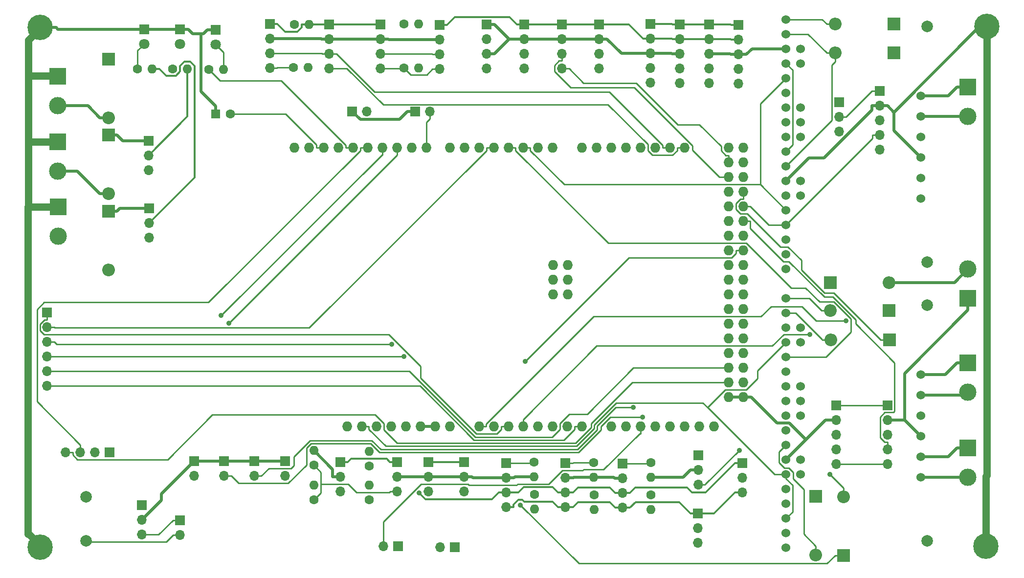
<source format=gbr>
%TF.GenerationSoftware,KiCad,Pcbnew,(5.1.9)-1*%
%TF.CreationDate,2021-05-16T20:36:29+02:00*%
%TF.ProjectId,Ardumower,41726475-6d6f-4776-9572-2e6b69636164,rev?*%
%TF.SameCoordinates,Original*%
%TF.FileFunction,Copper,L1,Top*%
%TF.FilePolarity,Positive*%
%FSLAX46Y46*%
G04 Gerber Fmt 4.6, Leading zero omitted, Abs format (unit mm)*
G04 Created by KiCad (PCBNEW (5.1.9)-1) date 2021-05-16 20:36:29*
%MOMM*%
%LPD*%
G01*
G04 APERTURE LIST*
%TA.AperFunction,ComponentPad*%
%ADD10O,1.700000X1.700000*%
%TD*%
%TA.AperFunction,ComponentPad*%
%ADD11R,1.700000X1.700000*%
%TD*%
%TA.AperFunction,ComponentPad*%
%ADD12O,1.600000X1.600000*%
%TD*%
%TA.AperFunction,ComponentPad*%
%ADD13C,1.600000*%
%TD*%
%TA.AperFunction,ComponentPad*%
%ADD14O,2.200000X2.200000*%
%TD*%
%TA.AperFunction,ComponentPad*%
%ADD15R,2.200000X2.200000*%
%TD*%
%TA.AperFunction,ComponentPad*%
%ADD16C,3.000000*%
%TD*%
%TA.AperFunction,ComponentPad*%
%ADD17R,3.000000X3.000000*%
%TD*%
%TA.AperFunction,ConnectorPad*%
%ADD18C,4.400000*%
%TD*%
%TA.AperFunction,ComponentPad*%
%ADD19C,2.600000*%
%TD*%
%TA.AperFunction,ComponentPad*%
%ADD20C,2.000000*%
%TD*%
%TA.AperFunction,ComponentPad*%
%ADD21C,1.524000*%
%TD*%
%TA.AperFunction,ComponentPad*%
%ADD22C,1.800000*%
%TD*%
%TA.AperFunction,ComponentPad*%
%ADD23R,1.800000X1.800000*%
%TD*%
%TA.AperFunction,ComponentPad*%
%ADD24O,1.727200X1.727200*%
%TD*%
%TA.AperFunction,ComponentPad*%
%ADD25R,1.600000X1.600000*%
%TD*%
%TA.AperFunction,ViaPad*%
%ADD26C,0.889000*%
%TD*%
%TA.AperFunction,Conductor*%
%ADD27C,0.254000*%
%TD*%
%TA.AperFunction,Conductor*%
%ADD28C,0.500000*%
%TD*%
%TA.AperFunction,Conductor*%
%ADD29C,1.270000*%
%TD*%
%TA.AperFunction,Conductor*%
%ADD30C,0.508000*%
%TD*%
%TA.AperFunction,Conductor*%
%ADD31C,0.354000*%
%TD*%
G04 APERTURE END LIST*
D10*
%TO.P,JP5,3*%
%TO.N,+3V3*%
X180160000Y-56470000D03*
%TO.P,JP5,2*%
%TO.N,Net-(J42-Pad1)*%
X180160000Y-53930000D03*
D11*
%TO.P,JP5,1*%
%TO.N,+5V*%
X180160000Y-51390000D03*
%TD*%
D10*
%TO.P,JP4,3*%
%TO.N,+3V3*%
X163420000Y-118940000D03*
%TO.P,JP4,2*%
%TO.N,Net-(J40-Pad1)*%
X163420000Y-116400000D03*
D11*
%TO.P,JP4,1*%
%TO.N,+5V*%
X163420000Y-113860000D03*
%TD*%
D10*
%TO.P,J42,5*%
%TO.N,pinMotorMowEnable*%
X187200000Y-59610000D03*
%TO.P,J42,4*%
%TO.N,pinMotorMowDir*%
X187200000Y-57070000D03*
%TO.P,J42,3*%
%TO.N,pinMotorMowPWM*%
X187200000Y-54530000D03*
%TO.P,J42,2*%
%TO.N,GND*%
X187200000Y-51990000D03*
D11*
%TO.P,J42,1*%
%TO.N,Net-(J42-Pad1)*%
X187200000Y-49450000D03*
%TD*%
D10*
%TO.P,J41,5*%
%TO.N,pinMotorEnable*%
X188540000Y-113970000D03*
%TO.P,J41,4*%
%TO.N,pinMotorLeftDir*%
X188540000Y-111430000D03*
%TO.P,J41,3*%
%TO.N,pinMotorLeftPWM*%
X188540000Y-108890000D03*
%TO.P,J41,2*%
%TO.N,GND*%
X188540000Y-106350000D03*
D11*
%TO.P,J41,1*%
%TO.N,Net-(J40-Pad1)*%
X188540000Y-103810000D03*
%TD*%
D10*
%TO.P,J40,5*%
%TO.N,pinMotorEnable*%
X179700000Y-114050000D03*
%TO.P,J40,4*%
%TO.N,pinMotorRightDir*%
X179700000Y-111510000D03*
%TO.P,J40,3*%
%TO.N,pinMotorRightPWM*%
X179700000Y-108970000D03*
%TO.P,J40,2*%
%TO.N,GND*%
X179700000Y-106430000D03*
D11*
%TO.P,J40,1*%
%TO.N,Net-(J40-Pad1)*%
X179700000Y-103890000D03*
%TD*%
D12*
%TO.P,R17,2*%
%TO.N,GND*%
X147560000Y-116280000D03*
D13*
%TO.P,R17,1*%
%TO.N,Net-(J39-Pad1)*%
X147560000Y-113740000D03*
%TD*%
D12*
%TO.P,R16,2*%
%TO.N,GND*%
X137690000Y-116280000D03*
D13*
%TO.P,R16,1*%
%TO.N,Net-(J38-Pad1)*%
X137690000Y-113740000D03*
%TD*%
D12*
%TO.P,R15,2*%
%TO.N,GND*%
X127380000Y-116210000D03*
D13*
%TO.P,R15,1*%
%TO.N,Net-(J37-Pad1)*%
X127380000Y-113670000D03*
%TD*%
D12*
%TO.P,R14,2*%
%TO.N,pinOdometryLeft*%
X147630000Y-121870000D03*
D13*
%TO.P,R14,1*%
%TO.N,Net-(J39-Pad1)*%
X147630000Y-119330000D03*
%TD*%
D12*
%TO.P,R6,2*%
%TO.N,pinOdometryRight*%
X137760000Y-121870000D03*
D13*
%TO.P,R6,1*%
%TO.N,Net-(J38-Pad1)*%
X137760000Y-119330000D03*
%TD*%
D12*
%TO.P,R5,2*%
%TO.N,pinMotorMowRpm*%
X127450000Y-121800000D03*
D13*
%TO.P,R5,1*%
%TO.N,Net-(J37-Pad1)*%
X127450000Y-119260000D03*
%TD*%
D10*
%TO.P,J39,4*%
%TO.N,+3V3*%
X142700000Y-121580000D03*
%TO.P,J39,3*%
%TO.N,+5V*%
X142700000Y-119040000D03*
%TO.P,J39,2*%
%TO.N,GND*%
X142700000Y-116500000D03*
D11*
%TO.P,J39,1*%
%TO.N,Net-(J39-Pad1)*%
X142700000Y-113960000D03*
%TD*%
D10*
%TO.P,J38,4*%
%TO.N,+3V3*%
X132820000Y-121500000D03*
%TO.P,J38,3*%
%TO.N,+5V*%
X132820000Y-118960000D03*
%TO.P,J38,2*%
%TO.N,GND*%
X132820000Y-116420000D03*
D11*
%TO.P,J38,1*%
%TO.N,Net-(J38-Pad1)*%
X132820000Y-113880000D03*
%TD*%
D10*
%TO.P,J37,4*%
%TO.N,+3V3*%
X122520000Y-121500000D03*
%TO.P,J37,3*%
%TO.N,+5V*%
X122520000Y-118960000D03*
%TO.P,J37,2*%
%TO.N,GND*%
X122520000Y-116420000D03*
D11*
%TO.P,J37,1*%
%TO.N,Net-(J37-Pad1)*%
X122520000Y-113880000D03*
%TD*%
D14*
%TO.P,D13,2*%
%TO.N,Net-(D13-Pad2)*%
X176160000Y-129730000D03*
D15*
%TO.P,D13,1*%
%TO.N,pinMotorLeftFault*%
X176160000Y-119570000D03*
%TD*%
D14*
%TO.P,D12,2*%
%TO.N,Net-(D12-Pad2)*%
X180960000Y-119650000D03*
D15*
%TO.P,D12,1*%
%TO.N,pinMotorLeftSense*%
X180960000Y-129810000D03*
%TD*%
D14*
%TO.P,D11,2*%
%TO.N,Net-(D11-Pad2)*%
X178720000Y-92520000D03*
D15*
%TO.P,D11,1*%
%TO.N,pinMotorRightFault*%
X188880000Y-92520000D03*
%TD*%
D14*
%TO.P,D10,2*%
%TO.N,Net-(D10-Pad2)*%
X178640000Y-87460000D03*
D15*
%TO.P,D10,1*%
%TO.N,pinMotorRightSense*%
X188800000Y-87460000D03*
%TD*%
D14*
%TO.P,D9,2*%
%TO.N,Net-(D9-Pad2)*%
X179540000Y-42820000D03*
D15*
%TO.P,D9,1*%
%TO.N,pinMotorMowFault*%
X189700000Y-42820000D03*
%TD*%
D14*
%TO.P,D6,2*%
%TO.N,Net-(D6-Pad2)*%
X179540000Y-37850000D03*
D15*
%TO.P,D6,1*%
%TO.N,pinMotorMowSense*%
X189700000Y-37850000D03*
%TD*%
D10*
%TO.P,J36,2*%
%TO.N,pinReserveA10*%
X101290000Y-128250000D03*
D11*
%TO.P,J36,1*%
%TO.N,GND*%
X103830000Y-128250000D03*
%TD*%
%TO.P,J35,1*%
%TO.N,GND*%
X113660000Y-128400000D03*
D10*
%TO.P,J35,2*%
%TO.N,pinReserveD49*%
X111120000Y-128400000D03*
%TD*%
%TO.P,J34,2*%
%TO.N,pinReserveD9*%
X98440000Y-52960000D03*
D11*
%TO.P,J34,1*%
%TO.N,GND*%
X95900000Y-52960000D03*
%TD*%
D10*
%TO.P,J33,2*%
%TO.N,pinReserveD8*%
X109320000Y-53000000D03*
D11*
%TO.P,J33,1*%
%TO.N,GND*%
X106780000Y-53000000D03*
%TD*%
D16*
%TO.P,J28,2*%
%TO.N,Net-(J28-Pad2)*%
X202480000Y-116290000D03*
D17*
%TO.P,J28,1*%
%TO.N,Net-(J28-Pad1)*%
X202480000Y-111210000D03*
%TD*%
D16*
%TO.P,J27,2*%
%TO.N,Net-(J27-Pad2)*%
X202470000Y-101570000D03*
D17*
%TO.P,J27,1*%
%TO.N,Net-(J27-Pad1)*%
X202470000Y-96490000D03*
%TD*%
D16*
%TO.P,J26,2*%
%TO.N,Net-(J26-Pad2)*%
X202460000Y-53810000D03*
D17*
%TO.P,J26,1*%
%TO.N,Net-(J26-Pad1)*%
X202460000Y-48730000D03*
%TD*%
D16*
%TO.P,J32,2*%
%TO.N,Net-(D5-Pad2)*%
X202460000Y-80260000D03*
D17*
%TO.P,J32,1*%
%TO.N,GND*%
X202460000Y-85340000D03*
%TD*%
D14*
%TO.P,D5,2*%
%TO.N,Net-(D5-Pad2)*%
X188810000Y-82570000D03*
D15*
%TO.P,D5,1*%
%TO.N,+24V*%
X178650000Y-82570000D03*
%TD*%
D10*
%TO.P,J31,5*%
%TO.N,RX3*%
X147520000Y-47990000D03*
%TO.P,J31,4*%
%TO.N,TX3*%
X147520000Y-45450000D03*
%TO.P,J31,3*%
%TO.N,GND*%
X147520000Y-42910000D03*
%TO.P,J31,2*%
%TO.N,+3V3*%
X147520000Y-40370000D03*
D11*
%TO.P,J31,1*%
%TO.N,+5V*%
X147520000Y-37830000D03*
%TD*%
D10*
%TO.P,J24,5*%
%TO.N,RX2*%
X152570000Y-48070000D03*
%TO.P,J24,4*%
%TO.N,TX2*%
X152570000Y-45530000D03*
%TO.P,J24,3*%
%TO.N,GND*%
X152570000Y-42990000D03*
%TO.P,J24,2*%
%TO.N,+3V3*%
X152570000Y-40450000D03*
D11*
%TO.P,J24,1*%
%TO.N,+5V*%
X152570000Y-37910000D03*
%TD*%
D10*
%TO.P,J23,5*%
%TO.N,RX1*%
X157710000Y-48070000D03*
%TO.P,J23,4*%
%TO.N,TX1*%
X157710000Y-45530000D03*
%TO.P,J23,3*%
%TO.N,GND*%
X157710000Y-42990000D03*
%TO.P,J23,2*%
%TO.N,+3V3*%
X157710000Y-40450000D03*
D11*
%TO.P,J23,1*%
%TO.N,+5V*%
X157710000Y-37910000D03*
%TD*%
D10*
%TO.P,J22,5*%
%TO.N,RX0*%
X162770000Y-48150000D03*
%TO.P,J22,4*%
%TO.N,TX0*%
X162770000Y-45610000D03*
%TO.P,J22,3*%
%TO.N,GND*%
X162770000Y-43070000D03*
%TO.P,J22,2*%
%TO.N,+3V3*%
X162770000Y-40530000D03*
D11*
%TO.P,J22,1*%
%TO.N,+5V*%
X162770000Y-37990000D03*
%TD*%
D10*
%TO.P,J18,2*%
%TO.N,pinUserSwitch3*%
X84270000Y-116060000D03*
D11*
%TO.P,J18,1*%
%TO.N,GND*%
X84270000Y-113520000D03*
%TD*%
D10*
%TO.P,J17,2*%
%TO.N,pinUserSwitch2*%
X78910000Y-116060000D03*
D11*
%TO.P,J17,1*%
%TO.N,GND*%
X78910000Y-113520000D03*
%TD*%
D10*
%TO.P,J16,2*%
%TO.N,pinUserSwitch1*%
X73700000Y-116060000D03*
D11*
%TO.P,J16,1*%
%TO.N,GND*%
X73700000Y-113520000D03*
%TD*%
D10*
%TO.P,J15,2*%
%TO.N,pinButton*%
X68500000Y-116060000D03*
D11*
%TO.P,J15,1*%
%TO.N,GND*%
X68500000Y-113520000D03*
%TD*%
D18*
%TO.P,H4,1*%
%TO.N,GND*%
X41880000Y-128370000D03*
D19*
X41880000Y-128370000D03*
%TD*%
D18*
%TO.P,H3,1*%
%TO.N,GND*%
X205600000Y-128210000D03*
D19*
X205600000Y-128210000D03*
%TD*%
D18*
%TO.P,H2,1*%
%TO.N,GND*%
X205750000Y-38270000D03*
D19*
X205750000Y-38270000D03*
%TD*%
D18*
%TO.P,H1,1*%
%TO.N,GND*%
X41810000Y-38440000D03*
D19*
X41810000Y-38440000D03*
%TD*%
D10*
%TO.P,J14,3*%
%TO.N,pinBuzzer*%
X59480000Y-126230000D03*
%TO.P,J14,2*%
%TO.N,GND*%
X59480000Y-123690000D03*
D11*
%TO.P,J14,1*%
%TO.N,+5V*%
X59480000Y-121150000D03*
%TD*%
D20*
%TO.P,U2,~*%
%TO.N,N/C*%
X195421500Y-86526500D03*
X195421500Y-127293500D03*
D21*
%TO.P,U2,31*%
X173514000Y-90400000D03*
%TO.P,U2,30*%
X173514000Y-92940000D03*
%TO.P,U2,29*%
X173514000Y-100560000D03*
%TO.P,U2,28*%
X173514000Y-103100000D03*
%TO.P,U2,27*%
X173514000Y-105640000D03*
%TO.P,U2,26*%
X173514000Y-113260000D03*
%TO.P,U2,25*%
X173514000Y-115800000D03*
%TO.P,U2,24*%
%TO.N,Net-(J27-Pad1)*%
X194342000Y-98528000D03*
%TO.P,U2,23*%
%TO.N,Net-(J27-Pad2)*%
X194342000Y-102084000D03*
%TO.P,U2,22*%
%TO.N,+24V*%
X194342000Y-105640000D03*
%TO.P,U2,21*%
%TO.N,GND*%
X194342000Y-109196000D03*
%TO.P,U2,20*%
%TO.N,Net-(J28-Pad1)*%
X194342000Y-112752000D03*
%TO.P,U2,19*%
%TO.N,Net-(J28-Pad2)*%
X194342000Y-116308000D03*
%TO.P,U2,18*%
%TO.N,Net-(D10-Pad2)*%
X170974000Y-85320000D03*
%TO.P,U2,17*%
%TO.N,Net-(D11-Pad2)*%
X170974000Y-87860000D03*
%TO.P,U2,16*%
%TO.N,GND*%
X170974000Y-90400000D03*
%TO.P,U2,15*%
%TO.N,IOREV*%
X170974000Y-92940000D03*
%TO.P,U2,14*%
%TO.N,pinMotorRightPWM*%
X170974000Y-95480000D03*
%TO.P,U2,13*%
%TO.N,pinMotorRightDir*%
X170974000Y-98020000D03*
%TO.P,U2,12*%
%TO.N,N/C*%
X170974000Y-100560000D03*
%TO.P,U2,11*%
X170974000Y-103100000D03*
%TO.P,U2,10*%
%TO.N,pinMotorEnable*%
X170974000Y-105640000D03*
%TO.P,U2,9*%
%TO.N,Net-(D12-Pad2)*%
X170974000Y-108180000D03*
%TO.P,U2,8*%
%TO.N,Net-(D13-Pad2)*%
X170974000Y-110720000D03*
%TO.P,U2,7*%
%TO.N,GND*%
X170974000Y-113260000D03*
%TO.P,U2,6*%
%TO.N,IOREV*%
X170974000Y-115800000D03*
%TO.P,U2,5*%
%TO.N,pinMotorLeftPWM*%
X170974000Y-118340000D03*
%TO.P,U2,4*%
%TO.N,pinMotorLeftDir*%
X170974000Y-120880000D03*
%TO.P,U2,3*%
%TO.N,IOREV*%
X170974000Y-123420000D03*
%TO.P,U2,2*%
%TO.N,GND*%
X170974000Y-125960000D03*
%TO.P,U2,1*%
%TO.N,N/C*%
X170974000Y-128500000D03*
%TD*%
D12*
%TO.P,R4,2*%
%TO.N,+3V3*%
X107350000Y-37840000D03*
D13*
%TO.P,R4,1*%
%TO.N,SDA1*%
X104810000Y-37840000D03*
%TD*%
D12*
%TO.P,R3,2*%
%TO.N,+3V3*%
X88380000Y-37910000D03*
D13*
%TO.P,R3,1*%
%TO.N,SDA0*%
X85840000Y-37910000D03*
%TD*%
D12*
%TO.P,R2,2*%
%TO.N,+3V3*%
X107350000Y-45400000D03*
D13*
%TO.P,R2,1*%
%TO.N,SCL1*%
X104810000Y-45400000D03*
%TD*%
D12*
%TO.P,R1,2*%
%TO.N,+3V3*%
X88250000Y-45370000D03*
D13*
%TO.P,R1,1*%
%TO.N,SCL0*%
X85710000Y-45370000D03*
%TD*%
D10*
%TO.P,JP3,3*%
%TO.N,DUE_3.3V*%
X60700000Y-74840000D03*
%TO.P,JP3,2*%
%TO.N,+3V3*%
X60700000Y-72300000D03*
D11*
%TO.P,JP3,1*%
%TO.N,Net-(D8-Pad1)*%
X60700000Y-69760000D03*
%TD*%
D10*
%TO.P,JP2,2*%
%TO.N,Net-(JP2-Pad2)*%
X66080000Y-126280000D03*
D11*
%TO.P,JP2,1*%
%TO.N,pinBuzzer*%
X66080000Y-123740000D03*
%TD*%
D10*
%TO.P,JP1,3*%
%TO.N,DUE_5V*%
X60660000Y-63100000D03*
%TO.P,JP1,2*%
%TO.N,+5V*%
X60660000Y-60560000D03*
D11*
%TO.P,JP1,1*%
%TO.N,Net-(D7-Pad1)*%
X60660000Y-58020000D03*
%TD*%
D10*
%TO.P,J30,4*%
%TO.N,SCL1*%
X100810000Y-45550000D03*
%TO.P,J30,3*%
%TO.N,SDA1*%
X100810000Y-43010000D03*
%TO.P,J30,2*%
%TO.N,GND*%
X100810000Y-40470000D03*
D11*
%TO.P,J30,1*%
%TO.N,+3V3*%
X100810000Y-37930000D03*
%TD*%
D16*
%TO.P,J29,2*%
%TO.N,Net-(D8-Pad2)*%
X44990000Y-74580000D03*
D17*
%TO.P,J29,1*%
%TO.N,GND*%
X44990000Y-69500000D03*
%TD*%
D16*
%TO.P,J25,2*%
%TO.N,Net-(D7-Pad2)*%
X44890000Y-63290000D03*
D17*
%TO.P,J25,1*%
%TO.N,GND*%
X44890000Y-58210000D03*
%TD*%
D14*
%TO.P,D8,2*%
%TO.N,Net-(D8-Pad2)*%
X53690000Y-80380000D03*
D15*
%TO.P,D8,1*%
%TO.N,Net-(D8-Pad1)*%
X53690000Y-70220000D03*
%TD*%
D14*
%TO.P,D7,2*%
%TO.N,Net-(D7-Pad2)*%
X53690000Y-67210000D03*
D15*
%TO.P,D7,1*%
%TO.N,Net-(D7-Pad1)*%
X53690000Y-57050000D03*
%TD*%
D10*
%TO.P,J19,3*%
%TO.N,Net-(J19-Pad3)*%
X103670000Y-118730000D03*
%TO.P,J19,2*%
%TO.N,GND*%
X103670000Y-116190000D03*
D11*
%TO.P,J19,1*%
%TO.N,+5V*%
X103670000Y-113650000D03*
%TD*%
D20*
%TO.P,U1,~*%
%TO.N,N/C*%
X195421500Y-38236500D03*
X195421500Y-79003500D03*
D21*
%TO.P,U1,31*%
X173514000Y-42110000D03*
%TO.P,U1,30*%
X173514000Y-44650000D03*
%TO.P,U1,29*%
X173514000Y-52270000D03*
%TO.P,U1,28*%
X173514000Y-54810000D03*
%TO.P,U1,27*%
X173514000Y-57350000D03*
%TO.P,U1,26*%
X173514000Y-64970000D03*
%TO.P,U1,25*%
X173514000Y-67510000D03*
%TO.P,U1,24*%
%TO.N,Net-(J26-Pad1)*%
X194342000Y-50238000D03*
%TO.P,U1,23*%
%TO.N,Net-(J26-Pad2)*%
X194342000Y-53794000D03*
%TO.P,U1,22*%
%TO.N,+24V*%
X194342000Y-57350000D03*
%TO.P,U1,21*%
%TO.N,GND*%
X194342000Y-60906000D03*
%TO.P,U1,20*%
%TO.N,N/C*%
X194342000Y-64462000D03*
%TO.P,U1,19*%
X194342000Y-68018000D03*
%TO.P,U1,18*%
%TO.N,Net-(D6-Pad2)*%
X170974000Y-37030000D03*
%TO.P,U1,17*%
%TO.N,Net-(D9-Pad2)*%
X170974000Y-39570000D03*
%TO.P,U1,16*%
%TO.N,GND*%
X170974000Y-42110000D03*
%TO.P,U1,15*%
%TO.N,IOREV*%
X170974000Y-44650000D03*
%TO.P,U1,14*%
%TO.N,pinMotorMowPWM*%
X170974000Y-47190000D03*
%TO.P,U1,13*%
%TO.N,pinMotorMowDir*%
X170974000Y-49730000D03*
%TO.P,U1,12*%
%TO.N,N/C*%
X170974000Y-52270000D03*
%TO.P,U1,11*%
X170974000Y-54810000D03*
%TO.P,U1,10*%
%TO.N,pinMotorMowEnable*%
X170974000Y-57350000D03*
%TO.P,U1,9*%
%TO.N,IOREV*%
X170974000Y-59890000D03*
%TO.P,U1,8*%
%TO.N,Net-(D9-Pad2)*%
X170974000Y-62430000D03*
%TO.P,U1,7*%
%TO.N,GND*%
X170974000Y-64970000D03*
%TO.P,U1,6*%
%TO.N,IOREV*%
X170974000Y-67510000D03*
%TO.P,U1,5*%
%TO.N,pinMotorMowPWM*%
X170974000Y-70050000D03*
%TO.P,U1,4*%
%TO.N,pinMotorMowDir*%
X170974000Y-72590000D03*
%TO.P,U1,3*%
%TO.N,IOREV*%
X170974000Y-75130000D03*
%TO.P,U1,2*%
%TO.N,GND*%
X170974000Y-77670000D03*
%TO.P,U1,1*%
%TO.N,N/C*%
X170974000Y-80210000D03*
%TD*%
D22*
%TO.P,D4,2*%
%TO.N,Net-(D4-Pad2)*%
X72210000Y-41350000D03*
D23*
%TO.P,D4,1*%
%TO.N,GND*%
X72210000Y-38810000D03*
%TD*%
D22*
%TO.P,D2,2*%
%TO.N,Net-(D2-Pad2)*%
X59870000Y-41260000D03*
D23*
%TO.P,D2,1*%
%TO.N,GND*%
X59870000Y-38720000D03*
%TD*%
D10*
%TO.P,J21,6*%
%TO.N,pinVoltageMeasurement*%
X43060000Y-100500000D03*
%TO.P,J21,5*%
%TO.N,pinChargeRelay*%
X43060000Y-97960000D03*
%TO.P,J21,4*%
%TO.N,pinChargeCurrent*%
X43060000Y-95420000D03*
%TO.P,J21,3*%
%TO.N,pinChargeVoltage*%
X43060000Y-92880000D03*
%TO.P,J21,2*%
%TO.N,pinBatterySwitch*%
X43060000Y-90340000D03*
D11*
%TO.P,J21,1*%
%TO.N,pinBatteryVoltage*%
X43060000Y-87800000D03*
%TD*%
D10*
%TO.P,J20,4*%
%TO.N,pinRemoteSwitch*%
X46280000Y-111940000D03*
%TO.P,J20,3*%
%TO.N,pinRemoteMow*%
X48820000Y-111940000D03*
%TO.P,J20,2*%
%TO.N,pinRemoteSteer*%
X51360000Y-111940000D03*
D11*
%TO.P,J20,1*%
%TO.N,pinRemoteSpeed*%
X53900000Y-111940000D03*
%TD*%
D10*
%TO.P,J12,4*%
%TO.N,pinSonarLeftEcho*%
X125660000Y-45510000D03*
%TO.P,J12,3*%
%TO.N,pinSonarLeftTrigger*%
X125660000Y-42970000D03*
%TO.P,J12,2*%
%TO.N,GND*%
X125660000Y-40430000D03*
D11*
%TO.P,J12,1*%
%TO.N,+3V3*%
X125660000Y-37890000D03*
%TD*%
D10*
%TO.P,J11,4*%
%TO.N,pinSonarCenterEcho*%
X132200000Y-45510000D03*
%TO.P,J11,3*%
%TO.N,pinSonarCenterTrigger*%
X132200000Y-42970000D03*
%TO.P,J11,2*%
%TO.N,GND*%
X132200000Y-40430000D03*
D11*
%TO.P,J11,1*%
%TO.N,+3V3*%
X132200000Y-37890000D03*
%TD*%
D10*
%TO.P,J10,4*%
%TO.N,pinSonarRightEcho*%
X138640000Y-45510000D03*
%TO.P,J10,3*%
%TO.N,pinSonarRightTrigger*%
X138640000Y-42970000D03*
%TO.P,J10,2*%
%TO.N,GND*%
X138640000Y-40430000D03*
D11*
%TO.P,J10,1*%
%TO.N,+3V3*%
X138640000Y-37890000D03*
%TD*%
D10*
%TO.P,J5,4*%
%TO.N,pinBumperLeft*%
X119110000Y-45530000D03*
%TO.P,J5,3*%
%TO.N,GND*%
X119110000Y-42990000D03*
%TO.P,J5,2*%
%TO.N,pinBumperRight*%
X119110000Y-40450000D03*
D11*
%TO.P,J5,1*%
%TO.N,GND*%
X119110000Y-37910000D03*
%TD*%
D10*
%TO.P,J4,4*%
%TO.N,SCL1*%
X111020000Y-45600000D03*
%TO.P,J4,3*%
%TO.N,SDA1*%
X111020000Y-43060000D03*
%TO.P,J4,2*%
%TO.N,GND*%
X111020000Y-40520000D03*
D11*
%TO.P,J4,1*%
%TO.N,+3V3*%
X111020000Y-37980000D03*
%TD*%
D10*
%TO.P,J3,4*%
%TO.N,SCL0*%
X91920000Y-45500000D03*
%TO.P,J3,3*%
%TO.N,SDA0*%
X91920000Y-42960000D03*
%TO.P,J3,2*%
%TO.N,GND*%
X91920000Y-40420000D03*
D11*
%TO.P,J3,1*%
%TO.N,+3V3*%
X91920000Y-37880000D03*
%TD*%
D10*
%TO.P,J2,4*%
%TO.N,SCL0*%
X81620000Y-45450000D03*
%TO.P,J2,3*%
%TO.N,SDA0*%
X81620000Y-42910000D03*
%TO.P,J2,2*%
%TO.N,GND*%
X81620000Y-40370000D03*
D11*
%TO.P,J2,1*%
%TO.N,+3V3*%
X81620000Y-37830000D03*
%TD*%
D24*
%TO.P,XA1,MISO*%
%TO.N,N/C*%
X130677000Y-79570000D03*
%TO.P,XA1,GND6*%
%TO.N,GND*%
X163570000Y-102430000D03*
%TO.P,XA1,GND5*%
X161030000Y-102430000D03*
%TO.P,XA1,D53*%
%TO.N,pinBuzzer*%
X163570000Y-99890000D03*
%TO.P,XA1,D52*%
%TO.N,pinRemoteSwitch*%
X161030000Y-99890000D03*
%TO.P,XA1,D51*%
%TO.N,pinButton*%
X163570000Y-97350000D03*
%TO.P,XA1,D50*%
%TO.N,pinChargeRelay*%
X161030000Y-97350000D03*
%TO.P,XA1,D49*%
%TO.N,pinReserveD49*%
X163570000Y-94810000D03*
%TO.P,XA1,D48*%
%TO.N,pinUserSwitch3*%
X161030000Y-94810000D03*
%TO.P,XA1,D47*%
%TO.N,pinUserSwitch2*%
X163570000Y-92270000D03*
%TO.P,XA1,D46*%
%TO.N,pinUserSwitch1*%
X161030000Y-92270000D03*
%TO.P,XA1,D45*%
%TO.N,pinDropLeft*%
X163570000Y-89730000D03*
%TO.P,XA1,D44*%
%TO.N,pinRain*%
X161030000Y-89730000D03*
%TO.P,XA1,D43*%
%TO.N,N/C*%
X163570000Y-87190000D03*
%TO.P,XA1,D42*%
X161030000Y-87190000D03*
%TO.P,XA1,D41*%
X163570000Y-84650000D03*
%TO.P,XA1,D40*%
X161030000Y-84650000D03*
%TO.P,XA1,D39*%
%TO.N,pinBumperLeft*%
X163570000Y-82110000D03*
%TO.P,XA1,D38*%
%TO.N,pinBumperRight*%
X161030000Y-82110000D03*
%TO.P,XA1,D37*%
%TO.N,pinMotorEnable*%
X163570000Y-79570000D03*
%TO.P,XA1,D36*%
%TO.N,pinSonarLeftEcho*%
X161030000Y-79570000D03*
%TO.P,XA1,D35*%
%TO.N,pinTilt*%
X163570000Y-77030000D03*
%TO.P,XA1,D34*%
%TO.N,pinSonarLeftTrigger*%
X161030000Y-77030000D03*
%TO.P,XA1,D33*%
%TO.N,pinMotorRightDir*%
X163570000Y-74490000D03*
%TO.P,XA1,D32*%
%TO.N,pinSonarRightEcho*%
X161030000Y-74490000D03*
%TO.P,XA1,D31*%
%TO.N,pinMotorLeftDir*%
X163570000Y-71950000D03*
%TO.P,XA1,D30*%
%TO.N,pinSonarRightTrigger*%
X161030000Y-71950000D03*
%TO.P,XA1,D29*%
%TO.N,pinMotorMowDir*%
X163570000Y-69410000D03*
%TO.P,XA1,D28*%
%TO.N,pinMotorMowEnable*%
X161030000Y-69410000D03*
%TO.P,XA1,D27*%
%TO.N,pinMotorRightFault*%
X163570000Y-66870000D03*
%TO.P,XA1,D26*%
%TO.N,pinMotorMowFault*%
X161030000Y-66870000D03*
%TO.P,XA1,D25*%
%TO.N,pinMotorLeftFault*%
X163570000Y-64330000D03*
%TO.P,XA1,D24*%
%TO.N,pinSonarCenterTrigger*%
X161030000Y-64330000D03*
%TO.P,XA1,D23*%
%TO.N,pinDropRight*%
X163570000Y-61790000D03*
%TO.P,XA1,D22*%
%TO.N,pinSonarCenterEcho*%
X161030000Y-61790000D03*
%TO.P,XA1,5V4*%
%TO.N,N/C*%
X163570000Y-59250000D03*
%TO.P,XA1,5V3*%
X161030000Y-59250000D03*
%TO.P,XA1,CANT*%
X158490000Y-107510000D03*
%TO.P,XA1,CANR*%
%TO.N,pinOdometryRight*%
X155950000Y-107510000D03*
%TO.P,XA1,DAC1*%
%TO.N,N/C*%
X153410000Y-107510000D03*
%TO.P,XA1,DAC0*%
%TO.N,pinOdometryLeft*%
X150870000Y-107510000D03*
%TO.P,XA1,A11*%
%TO.N,pinMotorMowRpm*%
X148330000Y-107510000D03*
%TO.P,XA1,A10*%
%TO.N,pinReserveA10*%
X145790000Y-107510000D03*
%TO.P,XA1,A9*%
%TO.N,pinChargeVoltage*%
X143250000Y-107510000D03*
%TO.P,XA1,A8*%
%TO.N,pinChargeCurrent*%
X140710000Y-107510000D03*
%TO.P,XA1,A7*%
%TO.N,pinVoltageMeasurement*%
X135630000Y-107510000D03*
%TO.P,XA1,A6*%
%TO.N,N/C*%
X133090000Y-107510000D03*
%TO.P,XA1,A5*%
%TO.N,pinPerimeterLeft*%
X130550000Y-107510000D03*
%TO.P,XA1,A4*%
%TO.N,pinPerimeterRight*%
X128010000Y-107510000D03*
%TO.P,XA1,A3*%
%TO.N,pinMotorMowSense*%
X125470000Y-107510000D03*
%TO.P,XA1,A2*%
%TO.N,pinBatteryVoltage*%
X122930000Y-107510000D03*
%TO.P,XA1,A1*%
%TO.N,pinMotorLeftSense*%
X120390000Y-107510000D03*
%TO.P,XA1,*%
%TO.N,*%
X94990000Y-107510000D03*
%TO.P,XA1,D11*%
%TO.N,pinRemoteSteer*%
X101086000Y-59250000D03*
%TO.P,XA1,D12*%
%TO.N,pinRemoteMow*%
X98546000Y-59250000D03*
%TO.P,XA1,D13*%
%TO.N,pinLED*%
X96006000Y-59250000D03*
%TO.P,XA1,AREF*%
%TO.N,Net-(C1-Pad2)*%
X90926000Y-59250000D03*
%TO.P,XA1,SDA1*%
%TO.N,SDA1*%
X88386000Y-59250000D03*
%TO.P,XA1,SCL1*%
%TO.N,SCL1*%
X85846000Y-59250000D03*
%TO.P,XA1,D10*%
%TO.N,pinRemoteSpeed*%
X103626000Y-59250000D03*
%TO.P,XA1,D9*%
%TO.N,pinReserveD9*%
X106166000Y-59250000D03*
%TO.P,XA1,D8*%
%TO.N,pinReserveD8*%
X108706000Y-59250000D03*
%TO.P,XA1,GND1*%
%TO.N,GND*%
X93466000Y-59250000D03*
%TO.P,XA1,D7*%
%TO.N,N/C*%
X112770000Y-59250000D03*
%TO.P,XA1,D6*%
X115310000Y-59250000D03*
%TO.P,XA1,D5*%
%TO.N,pinMotorLeftPWM*%
X117850000Y-59250000D03*
%TO.P,XA1,D4*%
%TO.N,pinBatterySwitch*%
X120390000Y-59250000D03*
%TO.P,XA1,D3*%
%TO.N,pinMotorRightPWM*%
X122930000Y-59250000D03*
%TO.P,XA1,D2*%
%TO.N,pinMotorMowPWM*%
X125470000Y-59250000D03*
%TO.P,XA1,D1*%
%TO.N,TX0*%
X128010000Y-59250000D03*
%TO.P,XA1,D0*%
%TO.N,RX0*%
X130550000Y-59250000D03*
%TO.P,XA1,D14*%
%TO.N,RX3*%
X135630000Y-59250000D03*
%TO.P,XA1,D15*%
%TO.N,TX3*%
X138170000Y-59250000D03*
%TO.P,XA1,D16*%
%TO.N,TX2*%
X140710000Y-59250000D03*
%TO.P,XA1,D17*%
%TO.N,RX2*%
X143250000Y-59250000D03*
%TO.P,XA1,D18*%
%TO.N,TX1*%
X145790000Y-59250000D03*
%TO.P,XA1,D19*%
%TO.N,RX1*%
X148330000Y-59250000D03*
%TO.P,XA1,D20*%
%TO.N,SDA0*%
X150870000Y-59250000D03*
%TO.P,XA1,D21*%
%TO.N,SCL0*%
X153410000Y-59250000D03*
%TO.P,XA1,IORF*%
%TO.N,IOREV*%
X97530000Y-107510000D03*
%TO.P,XA1,RST1*%
%TO.N,N/C*%
X100070000Y-107510000D03*
%TO.P,XA1,3V3*%
%TO.N,DUE_3.3V*%
X102610000Y-107510000D03*
%TO.P,XA1,5V1*%
%TO.N,DUE_5V*%
X105150000Y-107510000D03*
%TO.P,XA1,GND2*%
%TO.N,GND*%
X107690000Y-107510000D03*
%TO.P,XA1,GND3*%
X110230000Y-107510000D03*
%TO.P,XA1,VIN*%
%TO.N,+9V*%
X112770000Y-107510000D03*
%TO.P,XA1,A0*%
%TO.N,pinMotorRightSense*%
X117850000Y-107510000D03*
%TO.P,XA1,5V2*%
%TO.N,N/C*%
X133217000Y-79570000D03*
%TO.P,XA1,SCK*%
X130677000Y-82110000D03*
%TO.P,XA1,MOSI*%
X133217000Y-82110000D03*
%TO.P,XA1,GND4*%
X133217000Y-84650000D03*
%TO.P,XA1,RST2*%
X130677000Y-84650000D03*
%TD*%
D20*
%TO.P,SP1,1*%
%TO.N,GND*%
X49820000Y-119720160D03*
%TO.P,SP1,2*%
%TO.N,Net-(JP2-Pad2)*%
X49820000Y-127319840D03*
%TD*%
D12*
%TO.P,R13,2*%
%TO.N,Net-(D4-Pad2)*%
X73560000Y-45680000D03*
D13*
%TO.P,R13,1*%
%TO.N,pinLED*%
X71020000Y-45680000D03*
%TD*%
D12*
%TO.P,R12,2*%
%TO.N,+5V*%
X67370000Y-45590000D03*
D13*
%TO.P,R12,1*%
%TO.N,Net-(D3-Pad2)*%
X64830000Y-45590000D03*
%TD*%
D12*
%TO.P,R11,2*%
%TO.N,+3V3*%
X61260000Y-45630000D03*
D13*
%TO.P,R11,1*%
%TO.N,Net-(D2-Pad2)*%
X58720000Y-45630000D03*
%TD*%
D12*
%TO.P,R10,2*%
%TO.N,GND*%
X89260000Y-111660000D03*
D13*
%TO.P,R10,1*%
%TO.N,Net-(J19-Pad3)*%
X89260000Y-114200000D03*
%TD*%
D12*
%TO.P,R9,2*%
%TO.N,pinPerimeterLeft*%
X89290000Y-117640000D03*
D13*
%TO.P,R9,1*%
%TO.N,Net-(J19-Pad3)*%
X89290000Y-120180000D03*
%TD*%
D12*
%TO.P,R8,2*%
%TO.N,GND*%
X98820000Y-111850000D03*
D13*
%TO.P,R8,1*%
%TO.N,Net-(J13-Pad3)*%
X98820000Y-114390000D03*
%TD*%
D12*
%TO.P,R7,2*%
%TO.N,pinPerimeterRight*%
X98820000Y-117690000D03*
D13*
%TO.P,R7,1*%
%TO.N,Net-(J13-Pad3)*%
X98820000Y-120230000D03*
%TD*%
D10*
%TO.P,J13,3*%
%TO.N,Net-(J13-Pad3)*%
X93860000Y-118730000D03*
%TO.P,J13,2*%
%TO.N,GND*%
X93860000Y-116190000D03*
D11*
%TO.P,J13,1*%
%TO.N,+5V*%
X93860000Y-113650000D03*
%TD*%
D10*
%TO.P,J9,3*%
%TO.N,pinRain*%
X115260000Y-118780000D03*
%TO.P,J9,2*%
%TO.N,GND*%
X115260000Y-116240000D03*
D11*
%TO.P,J9,1*%
%TO.N,+3V3*%
X115260000Y-113700000D03*
%TD*%
D10*
%TO.P,J8,3*%
%TO.N,pinTilt*%
X109060000Y-118780000D03*
%TO.P,J8,2*%
%TO.N,GND*%
X109060000Y-116240000D03*
D11*
%TO.P,J8,1*%
%TO.N,+3V3*%
X109060000Y-113700000D03*
%TD*%
D10*
%TO.P,J7,3*%
%TO.N,pinDropRight*%
X155750000Y-127630000D03*
%TO.P,J7,2*%
%TO.N,GND*%
X155750000Y-125090000D03*
D11*
%TO.P,J7,1*%
%TO.N,+3V3*%
X155750000Y-122550000D03*
%TD*%
D10*
%TO.P,J6,3*%
%TO.N,pinDropLeft*%
X155800000Y-117590000D03*
%TO.P,J6,2*%
%TO.N,GND*%
X155800000Y-115050000D03*
D11*
%TO.P,J6,1*%
%TO.N,+3V3*%
X155800000Y-112510000D03*
%TD*%
D16*
%TO.P,J1,2*%
%TO.N,Net-(D1-Pad2)*%
X44880000Y-51950000D03*
D17*
%TO.P,J1,1*%
%TO.N,GND*%
X44880000Y-46870000D03*
%TD*%
D22*
%TO.P,D3,2*%
%TO.N,Net-(D3-Pad2)*%
X66060000Y-41260000D03*
D23*
%TO.P,D3,1*%
%TO.N,GND*%
X66060000Y-38720000D03*
%TD*%
D14*
%TO.P,D1,2*%
%TO.N,Net-(D1-Pad2)*%
X53690000Y-54040000D03*
D15*
%TO.P,D1,1*%
%TO.N,+9V*%
X53690000Y-43880000D03*
%TD*%
D13*
%TO.P,C1,2*%
%TO.N,Net-(C1-Pad2)*%
X74750000Y-53370000D03*
D25*
%TO.P,C1,1*%
%TO.N,GND*%
X72250000Y-53370000D03*
%TD*%
D26*
%TO.N,pinMotorRightSense*%
X181339500Y-89191600D03*
%TO.N,pinMotorLeftSense*%
X124971200Y-121092000D03*
%TO.N,pinMotorMowSense*%
X175099900Y-91544000D03*
%TO.N,pinDropLeft*%
X162880600Y-111623000D03*
%TO.N,pinUserSwitch2*%
X144530200Y-104222300D03*
%TO.N,pinUserSwitch1*%
X146184300Y-105870800D03*
%TO.N,pinTilt*%
X125838700Y-96256100D03*
%TO.N,pinChargeVoltage*%
X102726800Y-93299400D03*
%TO.N,pinChargeCurrent*%
X104850400Y-95420000D03*
%TO.N,pinRemoteSteer*%
X73213700Y-88302600D03*
%TO.N,pinRemoteSpeed*%
X74516000Y-89604900D03*
%TO.N,+5V*%
X107464800Y-119023300D03*
%TO.N,Net-(D12-Pad2)*%
X178585300Y-115830900D03*
%TD*%
D27*
%TO.N,SCL1*%
X104810000Y-45400000D02*
X105996600Y-46586600D01*
X105996600Y-46586600D02*
X108802100Y-46586600D01*
X108802100Y-46586600D02*
X109788700Y-45600000D01*
X100810000Y-45550000D02*
X104660000Y-45550000D01*
X104660000Y-45550000D02*
X104810000Y-45400000D01*
X111020000Y-45600000D02*
X109788700Y-45600000D01*
%TO.N,SDA1*%
X111020000Y-43060000D02*
X109788700Y-43060000D01*
X100810000Y-43010000D02*
X109738700Y-43010000D01*
X109738700Y-43010000D02*
X109788700Y-43060000D01*
D28*
%TO.N,GND*%
X147520000Y-42910000D02*
X151135700Y-42910000D01*
X151135700Y-42910000D02*
X151215700Y-42990000D01*
X139994300Y-40430000D02*
X142474300Y-42910000D01*
X142474300Y-42910000D02*
X147520000Y-42910000D01*
X138640000Y-40430000D02*
X139994300Y-40430000D01*
X132200000Y-40430000D02*
X138640000Y-40430000D01*
X152570000Y-42990000D02*
X151215700Y-42990000D01*
X162770000Y-43070000D02*
X161415700Y-43070000D01*
X157710000Y-42990000D02*
X161335700Y-42990000D01*
X161335700Y-42990000D02*
X161415700Y-43070000D01*
X125660000Y-40430000D02*
X132200000Y-40430000D01*
X174447300Y-109786700D02*
X170974000Y-113260000D01*
X179700000Y-106430000D02*
X177804000Y-106430000D01*
X177804000Y-106430000D02*
X174447300Y-109786700D01*
X164937900Y-102430000D02*
X169417900Y-106910000D01*
X169417900Y-106910000D02*
X171570500Y-106910000D01*
X171570500Y-106910000D02*
X174447300Y-109786700D01*
X163570000Y-102430000D02*
X164937900Y-102430000D01*
X163000500Y-102430000D02*
X163570000Y-102430000D01*
X103670000Y-116190000D02*
X105024300Y-116190000D01*
X109060000Y-116240000D02*
X105074300Y-116240000D01*
X105074300Y-116240000D02*
X105024300Y-116190000D01*
X109639100Y-116240000D02*
X109060000Y-116240000D01*
X189664000Y-53099700D02*
X204493700Y-38270000D01*
X204493700Y-38270000D02*
X205750000Y-38270000D01*
X194342000Y-60906000D02*
X189664000Y-56228000D01*
X189664000Y-56228000D02*
X189664000Y-53099700D01*
X188554300Y-51990000D02*
X189664000Y-53099700D01*
X187200000Y-51990000D02*
X188554300Y-51990000D01*
X186620900Y-51990000D02*
X187200000Y-51990000D01*
X91920000Y-40420000D02*
X90565700Y-40420000D01*
X81620000Y-40370000D02*
X90515700Y-40370000D01*
X90515700Y-40370000D02*
X90565700Y-40420000D01*
X163000500Y-102430000D02*
X162202100Y-102430000D01*
X191496000Y-106350000D02*
X194342000Y-109196000D01*
X189894300Y-106350000D02*
X191496000Y-106350000D01*
X191496000Y-106350000D02*
X191496000Y-98308300D01*
X191496000Y-98308300D02*
X202460000Y-87344300D01*
X202460000Y-85340000D02*
X202460000Y-87344300D01*
X186620900Y-51990000D02*
X185845700Y-51990000D01*
X93860000Y-116190000D02*
X92505700Y-116190000D01*
X92505700Y-116190000D02*
X92505700Y-114905700D01*
X92505700Y-114905700D02*
X89260000Y-111660000D01*
X72210000Y-38810000D02*
X70805700Y-38810000D01*
X69709200Y-39521400D02*
X68265700Y-39521400D01*
X68265700Y-39521400D02*
X67464300Y-38720000D01*
X70805700Y-38810000D02*
X70094300Y-39521400D01*
X70094300Y-39521400D02*
X69709200Y-39521400D01*
X72250000Y-52065700D02*
X69709200Y-49524900D01*
X69709200Y-49524900D02*
X69709200Y-39521400D01*
X66060000Y-38720000D02*
X67464300Y-38720000D01*
X72250000Y-53370000D02*
X72250000Y-52065700D01*
X122520000Y-116420000D02*
X123874300Y-116420000D01*
X127380000Y-116210000D02*
X124084300Y-116210000D01*
X124084300Y-116210000D02*
X123874300Y-116420000D01*
X115260000Y-116240000D02*
X116614300Y-116240000D01*
X122520000Y-116420000D02*
X116794300Y-116420000D01*
X116794300Y-116420000D02*
X116614300Y-116240000D01*
X109639100Y-116240000D02*
X110414300Y-116240000D01*
X188540000Y-106350000D02*
X189894300Y-106350000D01*
X123004300Y-40450000D02*
X123024200Y-40430100D01*
X123024200Y-40430100D02*
X124305700Y-40430100D01*
X124305700Y-40430100D02*
X124305700Y-40430000D01*
X120464300Y-42990000D02*
X123004300Y-40450000D01*
X123004300Y-40450000D02*
X120464300Y-37910000D01*
X80264300Y-113520000D02*
X82915700Y-113520000D01*
X84270000Y-113520000D02*
X82915700Y-113520000D01*
X78910000Y-113520000D02*
X80264300Y-113520000D01*
X115260000Y-116240000D02*
X113905700Y-116240000D01*
X113905700Y-116240000D02*
X110414300Y-116240000D01*
X162202100Y-102430000D02*
X161030000Y-102430000D01*
X141345700Y-116500000D02*
X141125700Y-116280000D01*
X141125700Y-116280000D02*
X138994300Y-116280000D01*
X119110000Y-37910000D02*
X120464300Y-37910000D01*
X62859500Y-119160500D02*
X62859500Y-120310500D01*
X62859500Y-120310500D02*
X59480000Y-123690000D01*
X73700000Y-113520000D02*
X68500000Y-113520000D01*
X41810000Y-38440000D02*
X44600000Y-38440000D01*
X44600000Y-38440000D02*
X44880000Y-38720000D01*
X44880000Y-38720000D02*
X58465700Y-38720000D01*
X170974000Y-64970000D02*
X174901100Y-61042900D01*
X174901100Y-61042900D02*
X177552300Y-61042900D01*
X177552300Y-61042900D02*
X185845700Y-52749500D01*
X185845700Y-52749500D02*
X185845700Y-51990000D01*
X137690000Y-116280000D02*
X138994300Y-116280000D01*
X142700000Y-116500000D02*
X141345700Y-116500000D01*
X132820000Y-116420000D02*
X134174300Y-116420000D01*
X137690000Y-116280000D02*
X134314300Y-116280000D01*
X134314300Y-116280000D02*
X134174300Y-116420000D01*
X125660000Y-40430000D02*
X124305700Y-40430000D01*
X119110000Y-42990000D02*
X120464300Y-42990000D01*
X106780000Y-53000000D02*
X105425700Y-53000000D01*
X105425700Y-53000000D02*
X104076300Y-54349400D01*
X104076300Y-54349400D02*
X97289400Y-54349400D01*
X97289400Y-54349400D02*
X95900000Y-52960000D01*
X163349100Y-43070000D02*
X162770000Y-43070000D01*
X163349100Y-43070000D02*
X164124300Y-43070000D01*
X73700000Y-113520000D02*
X78910000Y-113520000D01*
X59870000Y-38720000D02*
X58465700Y-38720000D01*
X147560000Y-116280000D02*
X148864300Y-116280000D01*
X155800000Y-115050000D02*
X154445700Y-115050000D01*
X154445700Y-115050000D02*
X153215700Y-116280000D01*
X153215700Y-116280000D02*
X148864300Y-116280000D01*
X170974000Y-42110000D02*
X165084300Y-42110000D01*
X165084300Y-42110000D02*
X164124300Y-43070000D01*
X100810000Y-40470000D02*
X102164300Y-40470000D01*
X111020000Y-40520000D02*
X102214300Y-40520000D01*
X102214300Y-40520000D02*
X102164300Y-40470000D01*
X100810000Y-40470000D02*
X99455700Y-40470000D01*
X91920000Y-40420000D02*
X99405700Y-40420000D01*
X99405700Y-40420000D02*
X99455700Y-40470000D01*
X59870000Y-38720000D02*
X66060000Y-38720000D01*
X110230000Y-107510000D02*
X107690000Y-107510000D01*
X68500000Y-113520000D02*
X62859500Y-119160500D01*
D29*
X39760000Y-125980000D02*
X42029999Y-128249999D01*
X42039999Y-38400001D02*
X39840000Y-40600000D01*
D30*
X39970002Y-58210000D02*
X39610001Y-58570001D01*
D29*
X44890000Y-58210000D02*
X39970002Y-58210000D01*
X39800000Y-47849998D02*
X39800000Y-58600000D01*
D30*
X39670002Y-69500000D02*
X39610001Y-69560001D01*
D29*
X45079998Y-69500000D02*
X39760000Y-69500000D01*
X39760000Y-69540000D02*
X39760000Y-126080000D01*
X39800000Y-58550000D02*
X39800000Y-69540000D01*
D30*
X39850000Y-46870000D02*
X39610001Y-46630001D01*
D29*
X45000000Y-46780000D02*
X39970000Y-46780000D01*
X39800000Y-46480000D02*
X39800000Y-47669998D01*
X39800000Y-40619998D02*
X39800000Y-46610000D01*
X205600000Y-116141842D02*
X205600000Y-128210000D01*
D30*
X205750000Y-115991842D02*
X205600000Y-116141842D01*
D29*
X205750000Y-38270000D02*
X205750000Y-115991842D01*
D27*
%TO.N,pinMotorRightSense*%
X117850000Y-107510000D02*
X119094900Y-107510000D01*
X119094900Y-107510000D02*
X119094900Y-107043200D01*
X119094900Y-107043200D02*
X137678100Y-88460000D01*
X137678100Y-88460000D02*
X166677500Y-88460000D01*
X166677500Y-88460000D02*
X168428000Y-86709500D01*
X168428000Y-86709500D02*
X173755000Y-86709500D01*
X173755000Y-86709500D02*
X176237100Y-89191600D01*
X176237100Y-89191600D02*
X181339500Y-89191600D01*
%TO.N,pinMotorRightFault*%
X188880000Y-92520000D02*
X187398700Y-92520000D01*
X163570000Y-66870000D02*
X163570000Y-68114900D01*
X163570000Y-68114900D02*
X163103200Y-68114900D01*
X163103200Y-68114900D02*
X162300000Y-68918100D01*
X162300000Y-68918100D02*
X162300000Y-69922300D01*
X162300000Y-69922300D02*
X163057700Y-70680000D01*
X163057700Y-70680000D02*
X164292600Y-70680000D01*
X164292600Y-70680000D02*
X170012600Y-76400000D01*
X170012600Y-76400000D02*
X171336200Y-76400000D01*
X171336200Y-76400000D02*
X173648600Y-78712400D01*
X173648600Y-78712400D02*
X173648600Y-80373700D01*
X173648600Y-80373700D02*
X177664900Y-84390000D01*
X177664900Y-84390000D02*
X179268700Y-84390000D01*
X179268700Y-84390000D02*
X187398700Y-92520000D01*
%TO.N,IOREV*%
X157417500Y-104211600D02*
X156602400Y-103396500D01*
X156602400Y-103396500D02*
X141619700Y-103396500D01*
X141619700Y-103396500D02*
X137797400Y-107218800D01*
X137797400Y-107218800D02*
X137797400Y-107847500D01*
X137797400Y-107847500D02*
X134728100Y-110916800D01*
X134728100Y-110916800D02*
X101714900Y-110916800D01*
X101714900Y-110916800D02*
X98774900Y-107976800D01*
X98774900Y-107976800D02*
X98774900Y-107510000D01*
X157417500Y-104211600D02*
X169005900Y-115800000D01*
X169005900Y-115800000D02*
X170974000Y-115800000D01*
X170974000Y-92940000D02*
X166074900Y-97839100D01*
X166074900Y-97839100D02*
X166074900Y-99188300D01*
X166074900Y-99188300D02*
X164103200Y-101160000D01*
X164103200Y-101160000D02*
X160469100Y-101160000D01*
X160469100Y-101160000D02*
X157417500Y-104211600D01*
X97530000Y-107510000D02*
X98774900Y-107510000D01*
X170974000Y-115800000D02*
X170974000Y-116518700D01*
X170974000Y-116518700D02*
X172119600Y-117664300D01*
X172119600Y-117664300D02*
X172119600Y-122274400D01*
X172119600Y-122274400D02*
X170974000Y-123420000D01*
X170974000Y-59890000D02*
X172119600Y-58744400D01*
X172119600Y-58744400D02*
X172119600Y-45795600D01*
X172119600Y-45795600D02*
X170974000Y-44650000D01*
%TO.N,pinMotorRightPWM*%
X122930000Y-59250000D02*
X124174900Y-59250000D01*
X124174900Y-59250000D02*
X124174900Y-59716800D01*
X124174900Y-59716800D02*
X140218100Y-75760000D01*
X140218100Y-75760000D02*
X164145900Y-75760000D01*
X164145900Y-75760000D02*
X171889800Y-83503900D01*
X171889800Y-83503900D02*
X174377000Y-83503900D01*
X174377000Y-83503900D02*
X176814800Y-85941700D01*
X176814800Y-85941700D02*
X179257600Y-85941700D01*
X179257600Y-85941700D02*
X182204500Y-88888600D01*
X182204500Y-88888600D02*
X182204500Y-91174000D01*
X182204500Y-91174000D02*
X177898500Y-95480000D01*
X177898500Y-95480000D02*
X170974000Y-95480000D01*
%TO.N,pinMotorEnable*%
X179700000Y-114050000D02*
X180931300Y-114050000D01*
X180931300Y-114050000D02*
X181011300Y-113970000D01*
X181011300Y-113970000D02*
X187308700Y-113970000D01*
X188540000Y-113970000D02*
X187308700Y-113970000D01*
%TO.N,pinMotorLeftSense*%
X180960000Y-129810000D02*
X179478700Y-129810000D01*
X124971200Y-121092000D02*
X135107800Y-131228600D01*
X135107800Y-131228600D02*
X178060100Y-131228600D01*
X178060100Y-131228600D02*
X179478700Y-129810000D01*
%TO.N,pinMotorLeftDir*%
X188540000Y-110198700D02*
X188029800Y-110198700D01*
X188029800Y-110198700D02*
X187286100Y-109455000D01*
X187286100Y-109455000D02*
X187286100Y-105862600D01*
X187286100Y-105862600D02*
X188107300Y-105041400D01*
X188107300Y-105041400D02*
X189608300Y-105041400D01*
X189608300Y-105041400D02*
X189771400Y-104878300D01*
X189771400Y-104878300D02*
X189771400Y-96455600D01*
X189771400Y-96455600D02*
X183065200Y-89749400D01*
X183065200Y-89749400D02*
X183065200Y-89030500D01*
X183065200Y-89030500D02*
X179112800Y-85078100D01*
X179112800Y-85078100D02*
X177634200Y-85078100D01*
X177634200Y-85078100D02*
X171496100Y-78940000D01*
X171496100Y-78940000D02*
X170560000Y-78940000D01*
X170560000Y-78940000D02*
X164814900Y-73194900D01*
X164814900Y-73194900D02*
X164814900Y-71950000D01*
X188540000Y-111430000D02*
X188540000Y-110198700D01*
X163570000Y-71950000D02*
X164814900Y-71950000D01*
%TO.N,pinMotorMowSense*%
X125470000Y-107510000D02*
X125470000Y-106265100D01*
X125470000Y-106265100D02*
X138195100Y-93540000D01*
X138195100Y-93540000D02*
X168595800Y-93540000D01*
X168595800Y-93540000D02*
X170591800Y-91544000D01*
X170591800Y-91544000D02*
X175099900Y-91544000D01*
%TO.N,pinMotorMowPWM*%
X166524000Y-65600000D02*
X170974000Y-70050000D01*
X126714900Y-59250000D02*
X126714900Y-59716800D01*
X126714900Y-59716800D02*
X132598100Y-65600000D01*
X132598100Y-65600000D02*
X166524000Y-65600000D01*
X166524000Y-65600000D02*
X166524000Y-51640000D01*
X166524000Y-51640000D02*
X170974000Y-47190000D01*
X125470000Y-59250000D02*
X126714900Y-59250000D01*
%TO.N,pinMotorMowDir*%
X170974000Y-72590000D02*
X167994900Y-72590000D01*
X167994900Y-72590000D02*
X164814900Y-69410000D01*
X187200000Y-57070000D02*
X185968700Y-57070000D01*
X170974000Y-72590000D02*
X185968700Y-57595300D01*
X185968700Y-57595300D02*
X185968700Y-57070000D01*
X163570000Y-69410000D02*
X164814900Y-69410000D01*
%TO.N,pinDropLeft*%
X155800000Y-117590000D02*
X157031300Y-117590000D01*
X162880600Y-111623000D02*
X157031300Y-117472300D01*
X157031300Y-117472300D02*
X157031300Y-117590000D01*
%TO.N,pinBuzzer*%
X66080000Y-123740000D02*
X64848700Y-123740000D01*
X64848700Y-123740000D02*
X62358700Y-126230000D01*
X62358700Y-126230000D02*
X59480000Y-126230000D01*
%TO.N,pinRemoteSwitch*%
X161030000Y-99890000D02*
X144407400Y-99890000D01*
X144407400Y-99890000D02*
X137289100Y-107008300D01*
X137289100Y-107008300D02*
X137289100Y-107636800D01*
X137289100Y-107636800D02*
X134540100Y-110385800D01*
X134540100Y-110385800D02*
X103627200Y-110385800D01*
X103627200Y-110385800D02*
X101340000Y-108098600D01*
X101340000Y-108098600D02*
X101340000Y-107004600D01*
X101340000Y-107004600D02*
X99810700Y-105475300D01*
X99810700Y-105475300D02*
X71654500Y-105475300D01*
X71654500Y-105475300D02*
X63922900Y-113206900D01*
X63922900Y-113206900D02*
X48316500Y-113206900D01*
X48316500Y-113206900D02*
X47511300Y-112401700D01*
X47511300Y-112401700D02*
X47511300Y-111940000D01*
X46280000Y-111940000D02*
X47511300Y-111940000D01*
%TO.N,pinChargeRelay*%
X159785100Y-97350000D02*
X144548000Y-97350000D01*
X144548000Y-97350000D02*
X136552100Y-105345900D01*
X136552100Y-105345900D02*
X133456400Y-105345900D01*
X133456400Y-105345900D02*
X131820000Y-106982300D01*
X131820000Y-106982300D02*
X131820000Y-108015800D01*
X131820000Y-108015800D02*
X130507300Y-109328500D01*
X130507300Y-109328500D02*
X117168300Y-109328500D01*
X117168300Y-109328500D02*
X105799800Y-97960000D01*
X105799800Y-97960000D02*
X44291300Y-97960000D01*
X161030000Y-97350000D02*
X159785100Y-97350000D01*
X43060000Y-97960000D02*
X44291300Y-97960000D01*
%TO.N,pinUserSwitch2*%
X144530200Y-104222300D02*
X141512800Y-104222300D01*
X141512800Y-104222300D02*
X138305700Y-107429400D01*
X138305700Y-107429400D02*
X138305700Y-108058300D01*
X138305700Y-108058300D02*
X134901300Y-111462700D01*
X134901300Y-111462700D02*
X100822200Y-111462700D01*
X100822200Y-111462700D02*
X99282000Y-109922500D01*
X99282000Y-109922500D02*
X88564400Y-109922500D01*
X88564400Y-109922500D02*
X85755900Y-112731000D01*
X85755900Y-112731000D02*
X85755900Y-114298800D01*
X85755900Y-114298800D02*
X85303300Y-114751400D01*
X85303300Y-114751400D02*
X81449900Y-114751400D01*
X81449900Y-114751400D02*
X80141300Y-116060000D01*
X78910000Y-116060000D02*
X80141300Y-116060000D01*
%TO.N,pinUserSwitch1*%
X74931300Y-116060000D02*
X76222600Y-117351300D01*
X76222600Y-117351300D02*
X84754300Y-117351300D01*
X84754300Y-117351300D02*
X87962100Y-114143500D01*
X87962100Y-114143500D02*
X87962100Y-111243600D01*
X87962100Y-111243600D02*
X88774900Y-110430800D01*
X88774900Y-110430800D02*
X99071500Y-110430800D01*
X99071500Y-110430800D02*
X100630200Y-111989500D01*
X100630200Y-111989500D02*
X135093500Y-111989500D01*
X135093500Y-111989500D02*
X138993800Y-108089200D01*
X138993800Y-108089200D02*
X138993800Y-107460000D01*
X138993800Y-107460000D02*
X140583000Y-105870800D01*
X140583000Y-105870800D02*
X146184300Y-105870800D01*
X73700000Y-116060000D02*
X74931300Y-116060000D01*
%TO.N,pinTilt*%
X125838700Y-96256100D02*
X143819900Y-78274900D01*
X143819900Y-78274900D02*
X161547100Y-78274900D01*
X161547100Y-78274900D02*
X162325100Y-77496900D01*
X162325100Y-77496900D02*
X162325100Y-77030000D01*
X163570000Y-77030000D02*
X162325100Y-77030000D01*
%TO.N,pinSonarCenterTrigger*%
X161030000Y-64330000D02*
X159477500Y-64330000D01*
X159477500Y-64330000D02*
X154794300Y-59646800D01*
X154794300Y-59646800D02*
X154794300Y-58873700D01*
X154794300Y-58873700D02*
X144736200Y-48815600D01*
X144736200Y-48815600D02*
X133715300Y-48815600D01*
X133715300Y-48815600D02*
X130891400Y-45991700D01*
X130891400Y-45991700D02*
X130891400Y-44999700D01*
X130891400Y-44999700D02*
X131689800Y-44201300D01*
X131689800Y-44201300D02*
X132200000Y-44201300D01*
X132200000Y-42970000D02*
X132200000Y-44201300D01*
%TO.N,pinSonarCenterEcho*%
X133431300Y-45510000D02*
X135943100Y-48021800D01*
X135943100Y-48021800D02*
X145091600Y-48021800D01*
X145091600Y-48021800D02*
X152283800Y-55214000D01*
X152283800Y-55214000D02*
X156001600Y-55214000D01*
X156001600Y-55214000D02*
X159785100Y-58997500D01*
X159785100Y-58997500D02*
X159785100Y-59767100D01*
X159785100Y-59767100D02*
X160563100Y-60545100D01*
X160563100Y-60545100D02*
X161030000Y-60545100D01*
X132200000Y-45510000D02*
X133431300Y-45510000D01*
X161030000Y-61790000D02*
X161030000Y-60545100D01*
%TO.N,pinChargeVoltage*%
X43060000Y-92880000D02*
X44291300Y-92880000D01*
X102726800Y-93299400D02*
X44710700Y-93299400D01*
X44710700Y-93299400D02*
X44291300Y-92880000D01*
%TO.N,pinChargeCurrent*%
X43060000Y-95420000D02*
X104850400Y-95420000D01*
%TO.N,pinVoltageMeasurement*%
X134385100Y-107510000D02*
X134385100Y-107976800D01*
X134385100Y-107976800D02*
X132505600Y-109856300D01*
X132505600Y-109856300D02*
X116977100Y-109856300D01*
X116977100Y-109856300D02*
X107620800Y-100500000D01*
X107620800Y-100500000D02*
X43060000Y-100500000D01*
X135630000Y-107510000D02*
X134385100Y-107510000D01*
%TO.N,pinBatteryVoltage*%
X43060000Y-87800000D02*
X43060000Y-89031300D01*
X122930000Y-107510000D02*
X121685100Y-107510000D01*
X121685100Y-107510000D02*
X121685100Y-107976800D01*
X121685100Y-107976800D02*
X120894500Y-108767400D01*
X120894500Y-108767400D02*
X117346800Y-108767400D01*
X117346800Y-108767400D02*
X107707200Y-99127800D01*
X107707200Y-99127800D02*
X107707200Y-97072000D01*
X107707200Y-97072000D02*
X102245200Y-91610000D01*
X102245200Y-91610000D02*
X42531500Y-91610000D01*
X42531500Y-91610000D02*
X41828700Y-90907200D01*
X41828700Y-90907200D02*
X41828700Y-89800800D01*
X41828700Y-89800800D02*
X42598200Y-89031300D01*
X42598200Y-89031300D02*
X43060000Y-89031300D01*
%TO.N,pinRemoteSteer*%
X101086000Y-60494900D02*
X101021400Y-60494900D01*
X101021400Y-60494900D02*
X73213700Y-88302600D01*
X101086000Y-59250000D02*
X101086000Y-60494900D01*
%TO.N,pinRemoteMow*%
X48820000Y-111940000D02*
X48820000Y-110708700D01*
X98546000Y-59250000D02*
X97301100Y-59250000D01*
X97301100Y-59250000D02*
X97301100Y-59716800D01*
X97301100Y-59716800D02*
X70995200Y-86022700D01*
X70995200Y-86022700D02*
X42563600Y-86022700D01*
X42563600Y-86022700D02*
X41305700Y-87280600D01*
X41305700Y-87280600D02*
X41305700Y-103194400D01*
X41305700Y-103194400D02*
X48820000Y-110708700D01*
%TO.N,pinLED*%
X96006000Y-59250000D02*
X94761100Y-59250000D01*
X94761100Y-59250000D02*
X94761100Y-58783200D01*
X94761100Y-58783200D02*
X83609000Y-47631100D01*
X83609000Y-47631100D02*
X72971100Y-47631100D01*
X72971100Y-47631100D02*
X71020000Y-45680000D01*
%TO.N,pinRemoteSpeed*%
X103626000Y-60494900D02*
X74516000Y-89604900D01*
X103626000Y-59250000D02*
X103626000Y-60494900D01*
%TO.N,pinBatterySwitch*%
X44291300Y-90340000D02*
X44382000Y-90430700D01*
X44382000Y-90430700D02*
X88430300Y-90430700D01*
X88430300Y-90430700D02*
X119145100Y-59715900D01*
X119145100Y-59715900D02*
X119145100Y-59250000D01*
X43060000Y-90340000D02*
X44291300Y-90340000D01*
X120390000Y-59250000D02*
X119145100Y-59250000D01*
%TO.N,SCL0*%
X153410000Y-59250000D02*
X152165100Y-59250000D01*
X152165100Y-59250000D02*
X152165100Y-59716800D01*
X152165100Y-59716800D02*
X151345000Y-60536900D01*
X151345000Y-60536900D02*
X147854600Y-60536900D01*
X147854600Y-60536900D02*
X147060000Y-59742300D01*
X147060000Y-59742300D02*
X147060000Y-58656400D01*
X147060000Y-58656400D02*
X140172200Y-51768600D01*
X140172200Y-51768600D02*
X101240900Y-51768600D01*
X101240900Y-51768600D02*
X94972300Y-45500000D01*
X94972300Y-45500000D02*
X91920000Y-45500000D01*
X81620000Y-45450000D02*
X82851300Y-45450000D01*
X82851300Y-45450000D02*
X82931300Y-45370000D01*
X82931300Y-45370000D02*
X85710000Y-45370000D01*
%TO.N,SDA0*%
X149625100Y-59250000D02*
X149625100Y-58783200D01*
X149625100Y-58783200D02*
X140427800Y-49585900D01*
X140427800Y-49585900D02*
X99777200Y-49585900D01*
X99777200Y-49585900D02*
X93151300Y-42960000D01*
X91920000Y-42960000D02*
X90688700Y-42960000D01*
X81620000Y-42910000D02*
X90638700Y-42910000D01*
X90638700Y-42910000D02*
X90688700Y-42960000D01*
X91920000Y-42960000D02*
X93151300Y-42960000D01*
X150870000Y-59250000D02*
X149625100Y-59250000D01*
%TO.N,Net-(C1-Pad2)*%
X90926000Y-59250000D02*
X89681100Y-59250000D01*
X74750000Y-53370000D02*
X84316900Y-53370000D01*
X84316900Y-53370000D02*
X89681100Y-58734200D01*
X89681100Y-58734200D02*
X89681100Y-59250000D01*
D31*
%TO.N,+5V*%
X142700000Y-119040000D02*
X143981300Y-119040000D01*
X143981300Y-119040000D02*
X144924400Y-118096900D01*
X144924400Y-118096900D02*
X153882000Y-118096900D01*
X153882000Y-118096900D02*
X154687800Y-118902700D01*
X154687800Y-118902700D02*
X157096000Y-118902700D01*
X157096000Y-118902700D02*
X162138700Y-113860000D01*
X142120900Y-119040000D02*
X142700000Y-119040000D01*
X163420000Y-113860000D02*
X162138700Y-113860000D01*
X132820000Y-118960000D02*
X131538700Y-118960000D01*
X122520000Y-118960000D02*
X124609300Y-118960000D01*
X124609300Y-118960000D02*
X125558900Y-118010400D01*
X125558900Y-118010400D02*
X130589100Y-118010400D01*
X130589100Y-118010400D02*
X131538700Y-118960000D01*
X121879400Y-118960000D02*
X122520000Y-118960000D01*
X132820000Y-118960000D02*
X134101300Y-118960000D01*
X134101300Y-118960000D02*
X134985200Y-118076100D01*
X134985200Y-118076100D02*
X140454800Y-118076100D01*
X140454800Y-118076100D02*
X141418700Y-119040000D01*
X121879400Y-118960000D02*
X121238700Y-118960000D01*
X142120900Y-119040000D02*
X141418700Y-119040000D01*
X107464800Y-119023300D02*
X108530800Y-120089300D01*
X108530800Y-120089300D02*
X120109400Y-120089300D01*
X120109400Y-120089300D02*
X121238700Y-118960000D01*
X103670000Y-113650000D02*
X102388700Y-113650000D01*
X93860000Y-113650000D02*
X95141300Y-113650000D01*
X95141300Y-113650000D02*
X95671300Y-113120000D01*
X95671300Y-113120000D02*
X101858700Y-113120000D01*
X101858700Y-113120000D02*
X102388700Y-113650000D01*
X67370000Y-45590000D02*
X67370000Y-53850000D01*
X67370000Y-53850000D02*
X60660000Y-60560000D01*
X162770000Y-37990000D02*
X161488700Y-37990000D01*
X157710000Y-37910000D02*
X161408700Y-37910000D01*
X161408700Y-37910000D02*
X161488700Y-37990000D01*
X152570000Y-37910000D02*
X157710000Y-37910000D01*
X152570000Y-37910000D02*
X151288700Y-37910000D01*
X148160700Y-37830000D02*
X151208700Y-37830000D01*
X151208700Y-37830000D02*
X151288700Y-37910000D01*
X147520000Y-37830000D02*
X148160700Y-37830000D01*
%TO.N,+3V3*%
X131538700Y-121500000D02*
X130568800Y-120530100D01*
X130568800Y-120530100D02*
X125647900Y-120530100D01*
X125647900Y-120530100D02*
X125334000Y-120216200D01*
X125334000Y-120216200D02*
X124608500Y-120216200D01*
X124608500Y-120216200D02*
X123801300Y-121023400D01*
X123801300Y-121023400D02*
X123801300Y-121500000D01*
X132820000Y-121500000D02*
X131538700Y-121500000D01*
X122520000Y-121500000D02*
X123801300Y-121500000D01*
X142700000Y-121580000D02*
X141418700Y-121580000D01*
X132820000Y-121500000D02*
X134101300Y-121500000D01*
X134101300Y-121500000D02*
X134962600Y-120638700D01*
X134962600Y-120638700D02*
X140477400Y-120638700D01*
X140477400Y-120638700D02*
X141418700Y-121580000D01*
X154468700Y-122550000D02*
X152518700Y-120600000D01*
X152518700Y-120600000D02*
X144961300Y-120600000D01*
X144961300Y-120600000D02*
X143981300Y-121580000D01*
X155750000Y-122550000D02*
X154468700Y-122550000D01*
X142700000Y-121580000D02*
X143981300Y-121580000D01*
X163420000Y-118940000D02*
X162138700Y-118940000D01*
X155750000Y-122550000D02*
X158528700Y-122550000D01*
X158528700Y-122550000D02*
X162138700Y-118940000D01*
X61260000Y-45630000D02*
X62491300Y-45630000D01*
X62491300Y-45630000D02*
X63682700Y-46821400D01*
X63682700Y-46821400D02*
X65342500Y-46821400D01*
X65342500Y-46821400D02*
X66100000Y-46063900D01*
X66100000Y-46063900D02*
X66100000Y-45061100D01*
X66100000Y-45061100D02*
X66844400Y-44316700D01*
X66844400Y-44316700D02*
X67847500Y-44316700D01*
X67847500Y-44316700D02*
X68634100Y-45103300D01*
X68634100Y-45103300D02*
X68634100Y-64365900D01*
X68634100Y-64365900D02*
X60700000Y-72300000D01*
X139921300Y-37890000D02*
X143758700Y-37890000D01*
X143758700Y-37890000D02*
X146238700Y-40370000D01*
X162770000Y-40530000D02*
X161488700Y-40530000D01*
X157710000Y-40450000D02*
X161408700Y-40450000D01*
X161408700Y-40450000D02*
X161488700Y-40530000D01*
X152570000Y-40450000D02*
X157710000Y-40450000D01*
X125660000Y-37890000D02*
X124378700Y-37890000D01*
X111020000Y-37980000D02*
X112301300Y-37980000D01*
X112301300Y-37980000D02*
X113652700Y-36628600D01*
X113652700Y-36628600D02*
X123117300Y-36628600D01*
X123117300Y-36628600D02*
X124378700Y-37890000D01*
X109060000Y-113700000D02*
X110341300Y-113700000D01*
X115260000Y-113700000D02*
X113978700Y-113700000D01*
X113978700Y-113700000D02*
X110341300Y-113700000D01*
X88380000Y-37910000D02*
X87148700Y-37910000D01*
X81620000Y-37830000D02*
X82901300Y-37830000D01*
X82901300Y-37830000D02*
X84271300Y-39200000D01*
X84271300Y-39200000D02*
X86369000Y-39200000D01*
X86369000Y-39200000D02*
X87148700Y-38420300D01*
X87148700Y-38420300D02*
X87148700Y-37910000D01*
X147520000Y-40370000D02*
X146238700Y-40370000D01*
X147520000Y-40370000D02*
X151208700Y-40370000D01*
X151208700Y-40370000D02*
X151288700Y-40450000D01*
X91920000Y-37880000D02*
X93201300Y-37880000D01*
X100810000Y-37930000D02*
X93251300Y-37930000D01*
X93251300Y-37930000D02*
X93201300Y-37880000D01*
X152570000Y-40450000D02*
X151288700Y-40450000D01*
X138640000Y-37890000D02*
X139921300Y-37890000D01*
X132200000Y-37890000D02*
X138640000Y-37890000D01*
X132200000Y-37890000D02*
X125660000Y-37890000D01*
X91920000Y-37880000D02*
X90638700Y-37880000D01*
X90638700Y-37880000D02*
X90608700Y-37910000D01*
X90608700Y-37910000D02*
X88380000Y-37910000D01*
D30*
%TO.N,Net-(D1-Pad2)*%
X53690000Y-54040000D02*
X52208700Y-54040000D01*
X44880000Y-51950000D02*
X50118700Y-51950000D01*
X50118700Y-51950000D02*
X52208700Y-54040000D01*
D27*
%TO.N,Net-(D2-Pad2)*%
X59870000Y-41260000D02*
X58720000Y-42410000D01*
X58720000Y-42410000D02*
X58720000Y-45630000D01*
%TO.N,Net-(D4-Pad2)*%
X72210000Y-41350000D02*
X73560000Y-42700000D01*
X73560000Y-42700000D02*
X73560000Y-45680000D01*
D28*
%TO.N,Net-(D5-Pad2)*%
X188810000Y-82570000D02*
X200150000Y-82570000D01*
X200150000Y-82570000D02*
X202460000Y-80260000D01*
D27*
%TO.N,Net-(JP2-Pad2)*%
X66080000Y-126280000D02*
X64848700Y-126280000D01*
X49820000Y-127319800D02*
X49970400Y-127470200D01*
X49970400Y-127470200D02*
X63658500Y-127470200D01*
X63658500Y-127470200D02*
X64848700Y-126280000D01*
D30*
%TO.N,Net-(J26-Pad1)*%
X202460000Y-48730000D02*
X200578700Y-48730000D01*
X194342000Y-50238000D02*
X199070700Y-50238000D01*
X199070700Y-50238000D02*
X200578700Y-48730000D01*
D27*
%TO.N,Net-(J19-Pad3)*%
X90481100Y-117460000D02*
X90481100Y-115421100D01*
X90481100Y-115421100D02*
X89260000Y-114200000D01*
X89290000Y-120180000D02*
X90481100Y-118988900D01*
X90481100Y-118988900D02*
X90481100Y-117460000D01*
X90481100Y-117460000D02*
X95225200Y-117460000D01*
X95225200Y-117460000D02*
X96667700Y-118902500D01*
X96667700Y-118902500D02*
X102266200Y-118902500D01*
X102266200Y-118902500D02*
X102438700Y-118730000D01*
X103670000Y-118730000D02*
X102438700Y-118730000D01*
D28*
%TO.N,Net-(J27-Pad1)*%
X202470000Y-96490000D02*
X200588700Y-96490000D01*
X194342000Y-98528000D02*
X198550700Y-98528000D01*
X198550700Y-98528000D02*
X200588700Y-96490000D01*
D30*
%TO.N,Net-(J28-Pad1)*%
X202480000Y-111210000D02*
X200598700Y-111210000D01*
X194342000Y-112752000D02*
X199056700Y-112752000D01*
X199056700Y-112752000D02*
X200598700Y-111210000D01*
%TO.N,Net-(D7-Pad2)*%
X53690000Y-67210000D02*
X52208700Y-67210000D01*
X44890000Y-63290000D02*
X48288700Y-63290000D01*
X48288700Y-63290000D02*
X52208700Y-67210000D01*
%TO.N,Net-(D7-Pad1)*%
X53690000Y-57050000D02*
X55171300Y-57050000D01*
X60660000Y-58020000D02*
X56141300Y-58020000D01*
X56141300Y-58020000D02*
X55171300Y-57050000D01*
%TO.N,Net-(D8-Pad1)*%
X53690000Y-70220000D02*
X55171300Y-70220000D01*
X60700000Y-69760000D02*
X55631300Y-69760000D01*
X55631300Y-69760000D02*
X55171300Y-70220000D01*
D27*
%TO.N,pinReserveA10*%
X101290000Y-128250000D02*
X101290000Y-127018700D01*
X145790000Y-108754900D02*
X145613900Y-108754900D01*
X145613900Y-108754900D02*
X139387800Y-114981000D01*
X139387800Y-114981000D02*
X135929900Y-114981000D01*
X135929900Y-114981000D02*
X135799500Y-115111400D01*
X135799500Y-115111400D02*
X132239700Y-115111400D01*
X132239700Y-115111400D02*
X129899200Y-117451900D01*
X129899200Y-117451900D02*
X124536900Y-117451900D01*
X124536900Y-117451900D02*
X124337400Y-117651400D01*
X124337400Y-117651400D02*
X116076200Y-117651400D01*
X116076200Y-117651400D02*
X115934900Y-117510100D01*
X115934900Y-117510100D02*
X107809500Y-117510100D01*
X107809500Y-117510100D02*
X101290000Y-124029600D01*
X101290000Y-124029600D02*
X101290000Y-127018700D01*
X145790000Y-107510000D02*
X145790000Y-108754900D01*
%TO.N,pinReserveD8*%
X109320000Y-53000000D02*
X109320000Y-54231300D01*
X108706000Y-59250000D02*
X108706000Y-54845300D01*
X108706000Y-54845300D02*
X109320000Y-54231300D01*
D30*
%TO.N,Net-(J26-Pad2)*%
X194342000Y-53794000D02*
X202444000Y-53794000D01*
D27*
X202444000Y-53794000D02*
X202460000Y-53810000D01*
D30*
%TO.N,Net-(J27-Pad2)*%
X194342000Y-102084000D02*
X201956000Y-102084000D01*
D27*
X201956000Y-102084000D02*
X202470000Y-101570000D01*
D30*
%TO.N,Net-(J28-Pad2)*%
X194342000Y-116308000D02*
X202462000Y-116308000D01*
D27*
X202462000Y-116308000D02*
X202480000Y-116290000D01*
%TO.N,Net-(D6-Pad2)*%
X179540000Y-37850000D02*
X178058700Y-37850000D01*
X170974000Y-37030000D02*
X177238700Y-37030000D01*
X177238700Y-37030000D02*
X178058700Y-37850000D01*
%TO.N,Net-(D9-Pad2)*%
X179540000Y-42820000D02*
X178058700Y-42820000D01*
X170974000Y-39570000D02*
X174808700Y-39570000D01*
X174808700Y-39570000D02*
X178058700Y-42820000D01*
X179540000Y-42820000D02*
X179540000Y-44301300D01*
X170974000Y-62430000D02*
X178926400Y-54477600D01*
X178926400Y-54477600D02*
X178926400Y-44914900D01*
X178926400Y-44914900D02*
X179540000Y-44301300D01*
%TO.N,Net-(D10-Pad2)*%
X178640000Y-87460000D02*
X177158700Y-87460000D01*
X170974000Y-85320000D02*
X175018700Y-85320000D01*
X175018700Y-85320000D02*
X177158700Y-87460000D01*
%TO.N,Net-(D11-Pad2)*%
X178720000Y-92520000D02*
X177238700Y-92520000D01*
X170974000Y-87860000D02*
X172655400Y-87860000D01*
X172655400Y-87860000D02*
X177238700Y-92443300D01*
X177238700Y-92443300D02*
X177238700Y-92520000D01*
%TO.N,Net-(D12-Pad2)*%
X180960000Y-119650000D02*
X180960000Y-118168700D01*
X178585300Y-115830900D02*
X180923100Y-118168700D01*
X180923100Y-118168700D02*
X180960000Y-118168700D01*
%TO.N,Net-(D13-Pad2)*%
X176160000Y-129730000D02*
X176160000Y-128248700D01*
X170974000Y-110720000D02*
X169818800Y-111875200D01*
X169818800Y-111875200D02*
X169818800Y-113732700D01*
X169818800Y-113732700D02*
X170742700Y-114656600D01*
X170742700Y-114656600D02*
X171447400Y-114656600D01*
X171447400Y-114656600D02*
X172244000Y-115453200D01*
X172244000Y-115453200D02*
X172244000Y-116559400D01*
X172244000Y-116559400D02*
X174061600Y-118377000D01*
X174061600Y-118377000D02*
X174061600Y-126150300D01*
X174061600Y-126150300D02*
X176160000Y-128248700D01*
%TO.N,Net-(J37-Pad1)*%
X122520000Y-113880000D02*
X127170000Y-113880000D01*
X127170000Y-113880000D02*
X127380000Y-113670000D01*
%TO.N,Net-(J38-Pad1)*%
X132820000Y-113880000D02*
X134051300Y-113880000D01*
X134051300Y-113880000D02*
X134191300Y-113740000D01*
X134191300Y-113740000D02*
X137690000Y-113740000D01*
%TO.N,Net-(J39-Pad1)*%
X142700000Y-113960000D02*
X147340000Y-113960000D01*
X147340000Y-113960000D02*
X147560000Y-113740000D01*
%TO.N,Net-(J40-Pad1)*%
X180315700Y-103890000D02*
X179700000Y-103890000D01*
X180315700Y-103890000D02*
X180931300Y-103890000D01*
X180931300Y-103890000D02*
X181011300Y-103810000D01*
X181011300Y-103810000D02*
X187308700Y-103810000D01*
X188540000Y-103810000D02*
X187308700Y-103810000D01*
%TO.N,Net-(J42-Pad1)*%
X180160000Y-53930000D02*
X181391300Y-53930000D01*
X187200000Y-49450000D02*
X185871300Y-49450000D01*
X185871300Y-49450000D02*
X181391300Y-53930000D01*
%TD*%
M02*

</source>
